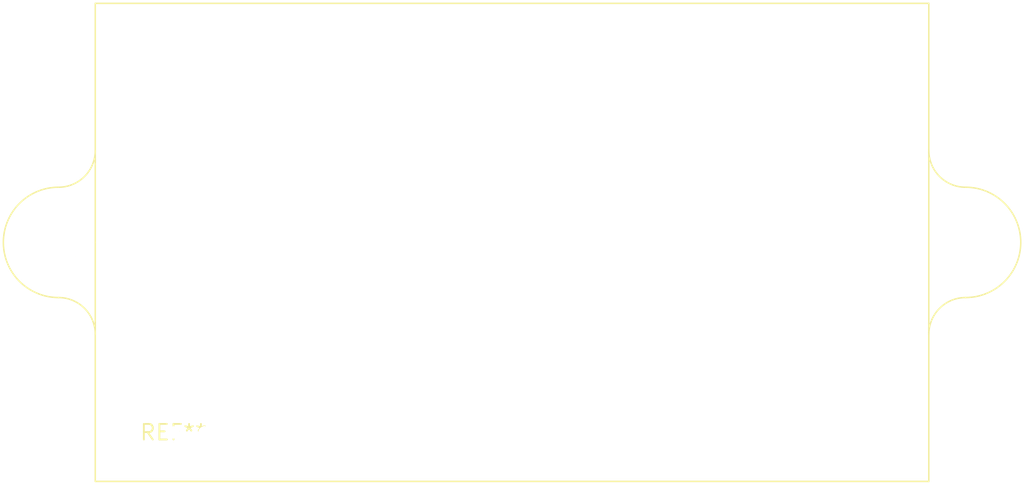
<source format=kicad_pcb>
(kicad_pcb (version 20240108) (generator pcbnew)
  (layers (0 "F.Cu" signal) (31 "B.Cu" signal) (34 "B.Paste" user) (35 "F.Paste" user) (36 "B.SilkS" user "B.Silkscreen") (37 "F.SilkS" user "F.Silkscreen") (38 "B.Mask" user) (39 "F.Mask" user) (44 "Edge.Cuts" user))
  (net 0 "")
  (footprint "Reverb_BTDR-1H" (layer "F.Cu") (at 0 0)
    (property "Reference" "REF**")
    (property "Value" "Reverb_BTDR-1H")
    (fp_line (start -6.38 -35) (end 61.62 -35) (layer "F.SilkS") (stroke (width 0.12)))
    (fp_line (start -6.38 -15.5) (end -6.38 -35) (layer "F.SilkS") (stroke (width 0.12)))
    (fp_line (start -6.38 -15.5) (end -6.38 4) (layer "F.SilkS") (stroke (width 0.12)))
    (fp_line (start -6.38 4) (end 61.62 4) (layer "F.SilkS") (stroke (width 0.12)))
    (fp_line (start 61.62 -35) (end 61.62 4) (layer "F.SilkS") (stroke (width 0.12)))
    (fp_arc (start -9.38 -11) (mid -13.88 -15.5) (end -9.38 -20) (layer "F.SilkS") (stroke (width 0.12)))
    (fp_arc (start -9.38 -11) (mid -7.25868 -10.12132) (end -6.38 -8) (layer "F.SilkS") (stroke (width 0.12)))
    (fp_arc (start -6.38 -23) (mid -7.25868 -20.87868) (end -9.38 -20) (layer "F.SilkS") (stroke (width 0.12)))
    (fp_arc (start 61.62 -8) (mid 62.49868 -10.12132) (end 64.62 -11) (layer "F.SilkS") (stroke (width 0.12)))
    (fp_arc (start 64.62 -20) (mid 62.49868 -20.87868) (end 61.62 -23) (layer "F.SilkS") (stroke (width 0.12)))
    (fp_arc (start 64.62 -20) (mid 69.12 -15.5) (end 64.62 -11) (layer "F.SilkS") (stroke (width 0.12)))
    (fp_circle (center -9.38 -15.5) (end -7.63 -15.5) (layer "F.SilkS") (stroke (width 0.12)) (fill none))
    (fp_circle (center 64.62 -15.5) (end 66.37 -15.5) (layer "F.SilkS") (stroke (width 0.12)) (fill none))
    (pad "" np_thru_hole circle (at -9.38 -15.5) (size 3.7 3.7) (drill 3.7) (layers *.Cu *.Mask))
    (pad "" np_thru_hole circle (at 64.62 -15.5) (size 3.7 3.7) (drill 3.7) (layers *.Cu *.Mask))
    (pad "1" thru_hole rect (at 0 0) (size 2 2) (drill 1) (layers *.Cu *.Mask) (remove_unused_layers))
    (pad "2" thru_hole circle (at 2.54 0) (size 2 2) (drill 1) (layers *.Cu *.Mask) (remove_unused_layers))
    (pad "3" thru_hole circle (at 5.08 0) (size 2 2) (drill 1) (layers *.Cu *.Mask) (remove_unused_layers))
    (pad "4" thru_hole circle (at 7.62 0) (size 2 2) (drill 1) (layers *.Cu *.Mask) (remove_unused_layers))
    (pad "5" thru_hole circle (at 50.62 0) (size 2 2) (drill 1) (layers *.Cu *.Mask) (remove_unused_layers))
    (pad "6" thru_hole circle (at 53.16 0) (size 2 2) (drill 1) (layers *.Cu *.Mask) (remove_unused_layers))
    (pad "7" thru_hole circle (at 55.7 0) (size 2 2) (drill 1) (layers *.Cu *.Mask) (remove_unused_layers))
  )
)
</source>
